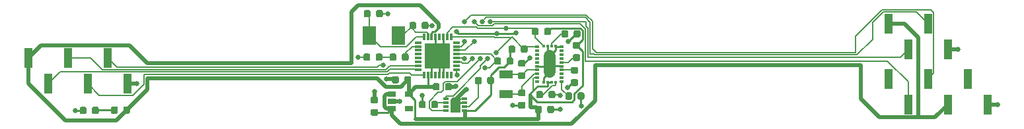
<source format=gbr>
G04 #@! TF.GenerationSoftware,KiCad,Pcbnew,(5.1.6-0-10_14)*
G04 #@! TF.CreationDate,2020-07-24T16:30:46-07:00*
G04 #@! TF.ProjectId,VineHoop_Flex_V1,56696e65-486f-46f7-905f-466c65785f56,rev?*
G04 #@! TF.SameCoordinates,Original*
G04 #@! TF.FileFunction,Copper,L1,Top*
G04 #@! TF.FilePolarity,Positive*
%FSLAX46Y46*%
G04 Gerber Fmt 4.6, Leading zero omitted, Abs format (unit mm)*
G04 Created by KiCad (PCBNEW (5.1.6-0-10_14)) date 2020-07-24 16:30:46*
%MOMM*%
%LPD*%
G01*
G04 APERTURE LIST*
G04 #@! TA.AperFunction,EtchedComponent*
%ADD10C,0.001000*%
G04 #@! TD*
G04 #@! TA.AperFunction,SMDPad,CuDef*
%ADD11R,1.000000X2.510000*%
G04 #@! TD*
G04 #@! TA.AperFunction,SMDPad,CuDef*
%ADD12R,0.525000X0.300000*%
G04 #@! TD*
G04 #@! TA.AperFunction,SMDPad,CuDef*
%ADD13R,0.300000X0.425000*%
G04 #@! TD*
G04 #@! TA.AperFunction,SMDPad,CuDef*
%ADD14R,3.251200X3.251200*%
G04 #@! TD*
G04 #@! TA.AperFunction,SMDPad,CuDef*
%ADD15R,0.812800X0.304800*%
G04 #@! TD*
G04 #@! TA.AperFunction,SMDPad,CuDef*
%ADD16R,0.304800X0.812800*%
G04 #@! TD*
G04 #@! TA.AperFunction,SMDPad,CuDef*
%ADD17R,1.060000X0.650000*%
G04 #@! TD*
G04 #@! TA.AperFunction,SMDPad,CuDef*
%ADD18R,1.800000X1.000000*%
G04 #@! TD*
G04 #@! TA.AperFunction,SMDPad,CuDef*
%ADD19R,1.700000X2.400000*%
G04 #@! TD*
G04 #@! TA.AperFunction,SMDPad,CuDef*
%ADD20R,0.200000X1.000000*%
G04 #@! TD*
G04 #@! TA.AperFunction,SMDPad,CuDef*
%ADD21R,0.800000X0.300000*%
G04 #@! TD*
G04 #@! TA.AperFunction,ViaPad*
%ADD22C,0.660400*%
G04 #@! TD*
G04 #@! TA.AperFunction,Conductor*
%ADD23C,0.254000*%
G04 #@! TD*
G04 #@! TA.AperFunction,Conductor*
%ADD24C,0.152400*%
G04 #@! TD*
G04 #@! TA.AperFunction,Conductor*
%ADD25C,0.508000*%
G04 #@! TD*
G04 #@! TA.AperFunction,Conductor*
%ADD26C,1.524000*%
G04 #@! TD*
G04 APERTURE END LIST*
D10*
G36*
X151176000Y-68165000D02*
G01*
X152076000Y-68165000D01*
X152076000Y-70065000D01*
X150876000Y-70065000D01*
X150876000Y-68465000D01*
X151176000Y-68165000D01*
G37*
X151176000Y-68165000D02*
X152076000Y-68165000D01*
X152076000Y-70065000D01*
X150876000Y-70065000D01*
X150876000Y-68465000D01*
X151176000Y-68165000D01*
G04 #@! TA.AperFunction,SMDPad,CuDef*
G36*
G01*
X108244500Y-69553750D02*
X108244500Y-70066250D01*
G75*
G02*
X108025750Y-70285000I-218750J0D01*
G01*
X107588250Y-70285000D01*
G75*
G02*
X107369500Y-70066250I0J218750D01*
G01*
X107369500Y-69553750D01*
G75*
G02*
X107588250Y-69335000I218750J0D01*
G01*
X108025750Y-69335000D01*
G75*
G02*
X108244500Y-69553750I0J-218750D01*
G01*
G37*
G04 #@! TD.AperFunction*
G04 #@! TA.AperFunction,SMDPad,CuDef*
G36*
G01*
X109819500Y-69553750D02*
X109819500Y-70066250D01*
G75*
G02*
X109600750Y-70285000I-218750J0D01*
G01*
X109163250Y-70285000D01*
G75*
G02*
X108944500Y-70066250I0J218750D01*
G01*
X108944500Y-69553750D01*
G75*
G02*
X109163250Y-69335000I218750J0D01*
G01*
X109600750Y-69335000D01*
G75*
G02*
X109819500Y-69553750I0J-218750D01*
G01*
G37*
G04 #@! TD.AperFunction*
G04 #@! TA.AperFunction,SMDPad,CuDef*
G36*
G01*
X104934500Y-70106250D02*
X104934500Y-69593750D01*
G75*
G02*
X105153250Y-69375000I218750J0D01*
G01*
X105590750Y-69375000D01*
G75*
G02*
X105809500Y-69593750I0J-218750D01*
G01*
X105809500Y-70106250D01*
G75*
G02*
X105590750Y-70325000I-218750J0D01*
G01*
X105153250Y-70325000D01*
G75*
G02*
X104934500Y-70106250I0J218750D01*
G01*
G37*
G04 #@! TD.AperFunction*
G04 #@! TA.AperFunction,SMDPad,CuDef*
G36*
G01*
X103359500Y-70106250D02*
X103359500Y-69593750D01*
G75*
G02*
X103578250Y-69375000I218750J0D01*
G01*
X104015750Y-69375000D01*
G75*
G02*
X104234500Y-69593750I0J-218750D01*
G01*
X104234500Y-70106250D01*
G75*
G02*
X104015750Y-70325000I-218750J0D01*
G01*
X103578250Y-70325000D01*
G75*
G02*
X103359500Y-70106250I0J218750D01*
G01*
G37*
G04 #@! TD.AperFunction*
G04 #@! TA.AperFunction,SMDPad,CuDef*
G36*
G01*
X162591000Y-69466750D02*
X162591000Y-69979250D01*
G75*
G02*
X162372250Y-70198000I-218750J0D01*
G01*
X161934750Y-70198000D01*
G75*
G02*
X161716000Y-69979250I0J218750D01*
G01*
X161716000Y-69466750D01*
G75*
G02*
X161934750Y-69248000I218750J0D01*
G01*
X162372250Y-69248000D01*
G75*
G02*
X162591000Y-69466750I0J-218750D01*
G01*
G37*
G04 #@! TD.AperFunction*
G04 #@! TA.AperFunction,SMDPad,CuDef*
G36*
G01*
X164166000Y-69466750D02*
X164166000Y-69979250D01*
G75*
G02*
X163947250Y-70198000I-218750J0D01*
G01*
X163509750Y-70198000D01*
G75*
G02*
X163291000Y-69979250I0J218750D01*
G01*
X163291000Y-69466750D01*
G75*
G02*
X163509750Y-69248000I218750J0D01*
G01*
X163947250Y-69248000D01*
G75*
G02*
X164166000Y-69466750I0J-218750D01*
G01*
G37*
G04 #@! TD.AperFunction*
G04 #@! TA.AperFunction,SMDPad,CuDef*
G36*
G01*
X144647500Y-63248250D02*
X144647500Y-62735750D01*
G75*
G02*
X144866250Y-62517000I218750J0D01*
G01*
X145303750Y-62517000D01*
G75*
G02*
X145522500Y-62735750I0J-218750D01*
G01*
X145522500Y-63248250D01*
G75*
G02*
X145303750Y-63467000I-218750J0D01*
G01*
X144866250Y-63467000D01*
G75*
G02*
X144647500Y-63248250I0J218750D01*
G01*
G37*
G04 #@! TD.AperFunction*
G04 #@! TA.AperFunction,SMDPad,CuDef*
G36*
G01*
X143072500Y-63248250D02*
X143072500Y-62735750D01*
G75*
G02*
X143291250Y-62517000I218750J0D01*
G01*
X143728750Y-62517000D01*
G75*
G02*
X143947500Y-62735750I0J-218750D01*
G01*
X143947500Y-63248250D01*
G75*
G02*
X143728750Y-63467000I-218750J0D01*
G01*
X143291250Y-63467000D01*
G75*
G02*
X143072500Y-63248250I0J218750D01*
G01*
G37*
G04 #@! TD.AperFunction*
D11*
X209550000Y-61976000D03*
X214630000Y-61976000D03*
X207010000Y-58666000D03*
X212090000Y-58666000D03*
G04 #@! TA.AperFunction,SMDPad,CuDef*
G36*
G01*
X141294500Y-63248250D02*
X141294500Y-62735750D01*
G75*
G02*
X141513250Y-62517000I218750J0D01*
G01*
X141950750Y-62517000D01*
G75*
G02*
X142169500Y-62735750I0J-218750D01*
G01*
X142169500Y-63248250D01*
G75*
G02*
X141950750Y-63467000I-218750J0D01*
G01*
X141513250Y-63467000D01*
G75*
G02*
X141294500Y-63248250I0J218750D01*
G01*
G37*
G04 #@! TD.AperFunction*
G04 #@! TA.AperFunction,SMDPad,CuDef*
G36*
G01*
X139719500Y-63248250D02*
X139719500Y-62735750D01*
G75*
G02*
X139938250Y-62517000I218750J0D01*
G01*
X140375750Y-62517000D01*
G75*
G02*
X140594500Y-62735750I0J-218750D01*
G01*
X140594500Y-63248250D01*
G75*
G02*
X140375750Y-63467000I-218750J0D01*
G01*
X139938250Y-63467000D01*
G75*
G02*
X139719500Y-63248250I0J218750D01*
G01*
G37*
G04 #@! TD.AperFunction*
G04 #@! TA.AperFunction,SMDPad,CuDef*
G36*
G01*
X149484500Y-66545750D02*
X149484500Y-67058250D01*
G75*
G02*
X149265750Y-67277000I-218750J0D01*
G01*
X148828250Y-67277000D01*
G75*
G02*
X148609500Y-67058250I0J218750D01*
G01*
X148609500Y-66545750D01*
G75*
G02*
X148828250Y-66327000I218750J0D01*
G01*
X149265750Y-66327000D01*
G75*
G02*
X149484500Y-66545750I0J-218750D01*
G01*
G37*
G04 #@! TD.AperFunction*
G04 #@! TA.AperFunction,SMDPad,CuDef*
G36*
G01*
X151059500Y-66545750D02*
X151059500Y-67058250D01*
G75*
G02*
X150840750Y-67277000I-218750J0D01*
G01*
X150403250Y-67277000D01*
G75*
G02*
X150184500Y-67058250I0J218750D01*
G01*
X150184500Y-66545750D01*
G75*
G02*
X150403250Y-66327000I218750J0D01*
G01*
X150840750Y-66327000D01*
G75*
G02*
X151059500Y-66545750I0J-218750D01*
G01*
G37*
G04 #@! TD.AperFunction*
D12*
X162021500Y-65655000D03*
X162021500Y-65155000D03*
X162021500Y-64655000D03*
X162021500Y-64155000D03*
X162021500Y-63655000D03*
X162021500Y-63155000D03*
X162021500Y-62655000D03*
X162021500Y-62155000D03*
X162021500Y-61655000D03*
D13*
X162834000Y-61592500D03*
X163334000Y-61592500D03*
X163834000Y-61592500D03*
X164334000Y-61592500D03*
D12*
X165146500Y-61655000D03*
X165146500Y-62155000D03*
X165146500Y-62655000D03*
X165146500Y-63155000D03*
X165146500Y-63655000D03*
X165146500Y-64155000D03*
X165146500Y-64655000D03*
X165146500Y-65155000D03*
X165146500Y-65655000D03*
X165146500Y-66155000D03*
D13*
X164334000Y-66217500D03*
X163834000Y-66217500D03*
X163334000Y-66217500D03*
X162834000Y-66217500D03*
D12*
X162021500Y-66155000D03*
D14*
X149225000Y-62865000D03*
D15*
X151688800Y-61112400D03*
X151688800Y-61620400D03*
X151688800Y-62103000D03*
X151688800Y-62611000D03*
X151688800Y-63119000D03*
X151688800Y-63627000D03*
X151688800Y-64109600D03*
X151688800Y-64617600D03*
D16*
X150977600Y-65328800D03*
X150469600Y-65328800D03*
X149987000Y-65328800D03*
X149479000Y-65328800D03*
X148971000Y-65328800D03*
X148463000Y-65328800D03*
X147980400Y-65328800D03*
X147472400Y-65328800D03*
D15*
X146761200Y-64617600D03*
X146761200Y-64109600D03*
X146761200Y-63627000D03*
X146761200Y-63119000D03*
X146761200Y-62611000D03*
X146761200Y-62103000D03*
X146761200Y-61620400D03*
X146761200Y-61112400D03*
D16*
X147472400Y-60401200D03*
X147980400Y-60401200D03*
X148463000Y-60401200D03*
X148971000Y-60401200D03*
X149479000Y-60401200D03*
X149987000Y-60401200D03*
X150469600Y-60401200D03*
X150977600Y-60401200D03*
D17*
X145522000Y-67725000D03*
X145522000Y-69625000D03*
X143322000Y-69625000D03*
X143322000Y-68675000D03*
X143322000Y-67725000D03*
G04 #@! TA.AperFunction,SMDPad,CuDef*
G36*
G01*
X167285250Y-61920000D02*
X166772750Y-61920000D01*
G75*
G02*
X166554000Y-61701250I0J218750D01*
G01*
X166554000Y-61263750D01*
G75*
G02*
X166772750Y-61045000I218750J0D01*
G01*
X167285250Y-61045000D01*
G75*
G02*
X167504000Y-61263750I0J-218750D01*
G01*
X167504000Y-61701250D01*
G75*
G02*
X167285250Y-61920000I-218750J0D01*
G01*
G37*
G04 #@! TD.AperFunction*
G04 #@! TA.AperFunction,SMDPad,CuDef*
G36*
G01*
X167285250Y-63495000D02*
X166772750Y-63495000D01*
G75*
G02*
X166554000Y-63276250I0J218750D01*
G01*
X166554000Y-62838750D01*
G75*
G02*
X166772750Y-62620000I218750J0D01*
G01*
X167285250Y-62620000D01*
G75*
G02*
X167504000Y-62838750I0J-218750D01*
G01*
X167504000Y-63276250D01*
G75*
G02*
X167285250Y-63495000I-218750J0D01*
G01*
G37*
G04 #@! TD.AperFunction*
G04 #@! TA.AperFunction,SMDPad,CuDef*
G36*
G01*
X163443500Y-68074250D02*
X163443500Y-67561750D01*
G75*
G02*
X163662250Y-67343000I218750J0D01*
G01*
X164099750Y-67343000D01*
G75*
G02*
X164318500Y-67561750I0J-218750D01*
G01*
X164318500Y-68074250D01*
G75*
G02*
X164099750Y-68293000I-218750J0D01*
G01*
X163662250Y-68293000D01*
G75*
G02*
X163443500Y-68074250I0J218750D01*
G01*
G37*
G04 #@! TD.AperFunction*
G04 #@! TA.AperFunction,SMDPad,CuDef*
G36*
G01*
X161868500Y-68074250D02*
X161868500Y-67561750D01*
G75*
G02*
X162087250Y-67343000I218750J0D01*
G01*
X162524750Y-67343000D01*
G75*
G02*
X162743500Y-67561750I0J-218750D01*
G01*
X162743500Y-68074250D01*
G75*
G02*
X162524750Y-68293000I-218750J0D01*
G01*
X162087250Y-68293000D01*
G75*
G02*
X161868500Y-68074250I0J218750D01*
G01*
G37*
G04 #@! TD.AperFunction*
G04 #@! TA.AperFunction,SMDPad,CuDef*
G36*
G01*
X140645500Y-57147750D02*
X140645500Y-57660250D01*
G75*
G02*
X140426750Y-57879000I-218750J0D01*
G01*
X139989250Y-57879000D01*
G75*
G02*
X139770500Y-57660250I0J218750D01*
G01*
X139770500Y-57147750D01*
G75*
G02*
X139989250Y-56929000I218750J0D01*
G01*
X140426750Y-56929000D01*
G75*
G02*
X140645500Y-57147750I0J-218750D01*
G01*
G37*
G04 #@! TD.AperFunction*
G04 #@! TA.AperFunction,SMDPad,CuDef*
G36*
G01*
X142220500Y-57147750D02*
X142220500Y-57660250D01*
G75*
G02*
X142001750Y-57879000I-218750J0D01*
G01*
X141564250Y-57879000D01*
G75*
G02*
X141345500Y-57660250I0J218750D01*
G01*
X141345500Y-57147750D01*
G75*
G02*
X141564250Y-56929000I218750J0D01*
G01*
X142001750Y-56929000D01*
G75*
G02*
X142220500Y-57147750I0J-218750D01*
G01*
G37*
G04 #@! TD.AperFunction*
G04 #@! TA.AperFunction,SMDPad,CuDef*
G36*
G01*
X146487500Y-58671750D02*
X146487500Y-59184250D01*
G75*
G02*
X146268750Y-59403000I-218750J0D01*
G01*
X145831250Y-59403000D01*
G75*
G02*
X145612500Y-59184250I0J218750D01*
G01*
X145612500Y-58671750D01*
G75*
G02*
X145831250Y-58453000I218750J0D01*
G01*
X146268750Y-58453000D01*
G75*
G02*
X146487500Y-58671750I0J-218750D01*
G01*
G37*
G04 #@! TD.AperFunction*
G04 #@! TA.AperFunction,SMDPad,CuDef*
G36*
G01*
X148062500Y-58671750D02*
X148062500Y-59184250D01*
G75*
G02*
X147843750Y-59403000I-218750J0D01*
G01*
X147406250Y-59403000D01*
G75*
G02*
X147187500Y-59184250I0J218750D01*
G01*
X147187500Y-58671750D01*
G75*
G02*
X147406250Y-58453000I218750J0D01*
G01*
X147843750Y-58453000D01*
G75*
G02*
X148062500Y-58671750I0J-218750D01*
G01*
G37*
G04 #@! TD.AperFunction*
G04 #@! TA.AperFunction,SMDPad,CuDef*
G36*
G01*
X144265000Y-65656750D02*
X144265000Y-66169250D01*
G75*
G02*
X144046250Y-66388000I-218750J0D01*
G01*
X143608750Y-66388000D01*
G75*
G02*
X143390000Y-66169250I0J218750D01*
G01*
X143390000Y-65656750D01*
G75*
G02*
X143608750Y-65438000I218750J0D01*
G01*
X144046250Y-65438000D01*
G75*
G02*
X144265000Y-65656750I0J-218750D01*
G01*
G37*
G04 #@! TD.AperFunction*
G04 #@! TA.AperFunction,SMDPad,CuDef*
G36*
G01*
X145840000Y-65656750D02*
X145840000Y-66169250D01*
G75*
G02*
X145621250Y-66388000I-218750J0D01*
G01*
X145183750Y-66388000D01*
G75*
G02*
X144965000Y-66169250I0J218750D01*
G01*
X144965000Y-65656750D01*
G75*
G02*
X145183750Y-65438000I218750J0D01*
G01*
X145621250Y-65438000D01*
G75*
G02*
X145840000Y-65656750I0J-218750D01*
G01*
G37*
G04 #@! TD.AperFunction*
G04 #@! TA.AperFunction,SMDPad,CuDef*
G36*
G01*
X141376250Y-68960000D02*
X140863750Y-68960000D01*
G75*
G02*
X140645000Y-68741250I0J218750D01*
G01*
X140645000Y-68303750D01*
G75*
G02*
X140863750Y-68085000I218750J0D01*
G01*
X141376250Y-68085000D01*
G75*
G02*
X141595000Y-68303750I0J-218750D01*
G01*
X141595000Y-68741250D01*
G75*
G02*
X141376250Y-68960000I-218750J0D01*
G01*
G37*
G04 #@! TD.AperFunction*
G04 #@! TA.AperFunction,SMDPad,CuDef*
G36*
G01*
X141376250Y-70535000D02*
X140863750Y-70535000D01*
G75*
G02*
X140645000Y-70316250I0J218750D01*
G01*
X140645000Y-69878750D01*
G75*
G02*
X140863750Y-69660000I218750J0D01*
G01*
X141376250Y-69660000D01*
G75*
G02*
X141595000Y-69878750I0J-218750D01*
G01*
X141595000Y-70316250D01*
G75*
G02*
X141376250Y-70535000I-218750J0D01*
G01*
G37*
G04 #@! TD.AperFunction*
G04 #@! TA.AperFunction,SMDPad,CuDef*
G36*
G01*
X166513750Y-65816500D02*
X167026250Y-65816500D01*
G75*
G02*
X167245000Y-66035250I0J-218750D01*
G01*
X167245000Y-66472750D01*
G75*
G02*
X167026250Y-66691500I-218750J0D01*
G01*
X166513750Y-66691500D01*
G75*
G02*
X166295000Y-66472750I0J218750D01*
G01*
X166295000Y-66035250D01*
G75*
G02*
X166513750Y-65816500I218750J0D01*
G01*
G37*
G04 #@! TD.AperFunction*
G04 #@! TA.AperFunction,SMDPad,CuDef*
G36*
G01*
X166513750Y-64241500D02*
X167026250Y-64241500D01*
G75*
G02*
X167245000Y-64460250I0J-218750D01*
G01*
X167245000Y-64897750D01*
G75*
G02*
X167026250Y-65116500I-218750J0D01*
G01*
X166513750Y-65116500D01*
G75*
G02*
X166295000Y-64897750I0J218750D01*
G01*
X166295000Y-64460250D01*
G75*
G02*
X166513750Y-64241500I218750J0D01*
G01*
G37*
G04 #@! TD.AperFunction*
G04 #@! TA.AperFunction,SMDPad,CuDef*
G36*
G01*
X158058500Y-63756250D02*
X158058500Y-63243750D01*
G75*
G02*
X158277250Y-63025000I218750J0D01*
G01*
X158714750Y-63025000D01*
G75*
G02*
X158933500Y-63243750I0J-218750D01*
G01*
X158933500Y-63756250D01*
G75*
G02*
X158714750Y-63975000I-218750J0D01*
G01*
X158277250Y-63975000D01*
G75*
G02*
X158058500Y-63756250I0J218750D01*
G01*
G37*
G04 #@! TD.AperFunction*
G04 #@! TA.AperFunction,SMDPad,CuDef*
G36*
G01*
X156483500Y-63756250D02*
X156483500Y-63243750D01*
G75*
G02*
X156702250Y-63025000I218750J0D01*
G01*
X157139750Y-63025000D01*
G75*
G02*
X157358500Y-63243750I0J-218750D01*
G01*
X157358500Y-63756250D01*
G75*
G02*
X157139750Y-63975000I-218750J0D01*
G01*
X156702250Y-63975000D01*
G75*
G02*
X156483500Y-63756250I0J218750D01*
G01*
G37*
G04 #@! TD.AperFunction*
G04 #@! TA.AperFunction,SMDPad,CuDef*
G36*
G01*
X159187500Y-61719750D02*
X159187500Y-62232250D01*
G75*
G02*
X158968750Y-62451000I-218750J0D01*
G01*
X158531250Y-62451000D01*
G75*
G02*
X158312500Y-62232250I0J218750D01*
G01*
X158312500Y-61719750D01*
G75*
G02*
X158531250Y-61501000I218750J0D01*
G01*
X158968750Y-61501000D01*
G75*
G02*
X159187500Y-61719750I0J-218750D01*
G01*
G37*
G04 #@! TD.AperFunction*
G04 #@! TA.AperFunction,SMDPad,CuDef*
G36*
G01*
X160762500Y-61719750D02*
X160762500Y-62232250D01*
G75*
G02*
X160543750Y-62451000I-218750J0D01*
G01*
X160106250Y-62451000D01*
G75*
G02*
X159887500Y-62232250I0J218750D01*
G01*
X159887500Y-61719750D01*
G75*
G02*
X160106250Y-61501000I218750J0D01*
G01*
X160543750Y-61501000D01*
G75*
G02*
X160762500Y-61719750I0J-218750D01*
G01*
G37*
G04 #@! TD.AperFunction*
G04 #@! TA.AperFunction,SMDPad,CuDef*
G36*
G01*
X154886500Y-65743750D02*
X154886500Y-66256250D01*
G75*
G02*
X154667750Y-66475000I-218750J0D01*
G01*
X154230250Y-66475000D01*
G75*
G02*
X154011500Y-66256250I0J218750D01*
G01*
X154011500Y-65743750D01*
G75*
G02*
X154230250Y-65525000I218750J0D01*
G01*
X154667750Y-65525000D01*
G75*
G02*
X154886500Y-65743750I0J-218750D01*
G01*
G37*
G04 #@! TD.AperFunction*
G04 #@! TA.AperFunction,SMDPad,CuDef*
G36*
G01*
X156461500Y-65743750D02*
X156461500Y-66256250D01*
G75*
G02*
X156242750Y-66475000I-218750J0D01*
G01*
X155805250Y-66475000D01*
G75*
G02*
X155586500Y-66256250I0J218750D01*
G01*
X155586500Y-65743750D01*
G75*
G02*
X155805250Y-65525000I218750J0D01*
G01*
X156242750Y-65525000D01*
G75*
G02*
X156461500Y-65743750I0J-218750D01*
G01*
G37*
G04 #@! TD.AperFunction*
G04 #@! TA.AperFunction,SMDPad,CuDef*
G36*
G01*
X148406500Y-69344250D02*
X148406500Y-68831750D01*
G75*
G02*
X148625250Y-68613000I218750J0D01*
G01*
X149062750Y-68613000D01*
G75*
G02*
X149281500Y-68831750I0J-218750D01*
G01*
X149281500Y-69344250D01*
G75*
G02*
X149062750Y-69563000I-218750J0D01*
G01*
X148625250Y-69563000D01*
G75*
G02*
X148406500Y-69344250I0J218750D01*
G01*
G37*
G04 #@! TD.AperFunction*
G04 #@! TA.AperFunction,SMDPad,CuDef*
G36*
G01*
X146831500Y-69344250D02*
X146831500Y-68831750D01*
G75*
G02*
X147050250Y-68613000I218750J0D01*
G01*
X147487750Y-68613000D01*
G75*
G02*
X147706500Y-68831750I0J-218750D01*
G01*
X147706500Y-69344250D01*
G75*
G02*
X147487750Y-69563000I-218750J0D01*
G01*
X147050250Y-69563000D01*
G75*
G02*
X146831500Y-69344250I0J218750D01*
G01*
G37*
G04 #@! TD.AperFunction*
G04 #@! TA.AperFunction,SMDPad,CuDef*
G36*
G01*
X160260250Y-64230000D02*
X159747750Y-64230000D01*
G75*
G02*
X159529000Y-64011250I0J218750D01*
G01*
X159529000Y-63573750D01*
G75*
G02*
X159747750Y-63355000I218750J0D01*
G01*
X160260250Y-63355000D01*
G75*
G02*
X160479000Y-63573750I0J-218750D01*
G01*
X160479000Y-64011250D01*
G75*
G02*
X160260250Y-64230000I-218750J0D01*
G01*
G37*
G04 #@! TD.AperFunction*
G04 #@! TA.AperFunction,SMDPad,CuDef*
G36*
G01*
X160260250Y-65805000D02*
X159747750Y-65805000D01*
G75*
G02*
X159529000Y-65586250I0J218750D01*
G01*
X159529000Y-65148750D01*
G75*
G02*
X159747750Y-64930000I218750J0D01*
G01*
X160260250Y-64930000D01*
G75*
G02*
X160479000Y-65148750I0J-218750D01*
G01*
X160479000Y-65586250D01*
G75*
G02*
X160260250Y-65805000I-218750J0D01*
G01*
G37*
G04 #@! TD.AperFunction*
G04 #@! TA.AperFunction,SMDPad,CuDef*
G36*
G01*
X159747750Y-68740000D02*
X160260250Y-68740000D01*
G75*
G02*
X160479000Y-68958750I0J-218750D01*
G01*
X160479000Y-69396250D01*
G75*
G02*
X160260250Y-69615000I-218750J0D01*
G01*
X159747750Y-69615000D01*
G75*
G02*
X159529000Y-69396250I0J218750D01*
G01*
X159529000Y-68958750D01*
G75*
G02*
X159747750Y-68740000I218750J0D01*
G01*
G37*
G04 #@! TD.AperFunction*
G04 #@! TA.AperFunction,SMDPad,CuDef*
G36*
G01*
X159747750Y-67165000D02*
X160260250Y-67165000D01*
G75*
G02*
X160479000Y-67383750I0J-218750D01*
G01*
X160479000Y-67821250D01*
G75*
G02*
X160260250Y-68040000I-218750J0D01*
G01*
X159747750Y-68040000D01*
G75*
G02*
X159529000Y-67821250I0J218750D01*
G01*
X159529000Y-67383750D01*
G75*
G02*
X159747750Y-67165000I218750J0D01*
G01*
G37*
G04 #@! TD.AperFunction*
G04 #@! TA.AperFunction,SMDPad,CuDef*
G36*
G01*
X162884500Y-59946250D02*
X162884500Y-59433750D01*
G75*
G02*
X163103250Y-59215000I218750J0D01*
G01*
X163540750Y-59215000D01*
G75*
G02*
X163759500Y-59433750I0J-218750D01*
G01*
X163759500Y-59946250D01*
G75*
G02*
X163540750Y-60165000I-218750J0D01*
G01*
X163103250Y-60165000D01*
G75*
G02*
X162884500Y-59946250I0J218750D01*
G01*
G37*
G04 #@! TD.AperFunction*
G04 #@! TA.AperFunction,SMDPad,CuDef*
G36*
G01*
X161309500Y-59946250D02*
X161309500Y-59433750D01*
G75*
G02*
X161528250Y-59215000I218750J0D01*
G01*
X161965750Y-59215000D01*
G75*
G02*
X162184500Y-59433750I0J-218750D01*
G01*
X162184500Y-59946250D01*
G75*
G02*
X161965750Y-60165000I-218750J0D01*
G01*
X161528250Y-60165000D01*
G75*
G02*
X161309500Y-59946250I0J218750D01*
G01*
G37*
G04 #@! TD.AperFunction*
G04 #@! TA.AperFunction,SMDPad,CuDef*
G36*
G01*
X166661500Y-60256250D02*
X166661500Y-59743750D01*
G75*
G02*
X166880250Y-59525000I218750J0D01*
G01*
X167317750Y-59525000D01*
G75*
G02*
X167536500Y-59743750I0J-218750D01*
G01*
X167536500Y-60256250D01*
G75*
G02*
X167317750Y-60475000I-218750J0D01*
G01*
X166880250Y-60475000D01*
G75*
G02*
X166661500Y-60256250I0J218750D01*
G01*
G37*
G04 #@! TD.AperFunction*
G04 #@! TA.AperFunction,SMDPad,CuDef*
G36*
G01*
X165086500Y-60256250D02*
X165086500Y-59743750D01*
G75*
G02*
X165305250Y-59525000I218750J0D01*
G01*
X165742750Y-59525000D01*
G75*
G02*
X165961500Y-59743750I0J-218750D01*
G01*
X165961500Y-60256250D01*
G75*
G02*
X165742750Y-60475000I-218750J0D01*
G01*
X165305250Y-60475000D01*
G75*
G02*
X165086500Y-60256250I0J218750D01*
G01*
G37*
G04 #@! TD.AperFunction*
G04 #@! TA.AperFunction,SMDPad,CuDef*
G36*
G01*
X167161500Y-68256250D02*
X167161500Y-67743750D01*
G75*
G02*
X167380250Y-67525000I218750J0D01*
G01*
X167817750Y-67525000D01*
G75*
G02*
X168036500Y-67743750I0J-218750D01*
G01*
X168036500Y-68256250D01*
G75*
G02*
X167817750Y-68475000I-218750J0D01*
G01*
X167380250Y-68475000D01*
G75*
G02*
X167161500Y-68256250I0J218750D01*
G01*
G37*
G04 #@! TD.AperFunction*
G04 #@! TA.AperFunction,SMDPad,CuDef*
G36*
G01*
X165586500Y-68256250D02*
X165586500Y-67743750D01*
G75*
G02*
X165805250Y-67525000I218750J0D01*
G01*
X166242750Y-67525000D01*
G75*
G02*
X166461500Y-67743750I0J-218750D01*
G01*
X166461500Y-68256250D01*
G75*
G02*
X166242750Y-68475000I-218750J0D01*
G01*
X165805250Y-68475000D01*
G75*
G02*
X165586500Y-68256250I0J218750D01*
G01*
G37*
G04 #@! TD.AperFunction*
D18*
X158024000Y-65235000D03*
X158024000Y-67735000D03*
D19*
X140500000Y-60254000D03*
X144200000Y-60254000D03*
D11*
X106934000Y-63115000D03*
X101854000Y-63115000D03*
X96774000Y-63115000D03*
X109474000Y-66425000D03*
X104394000Y-66425000D03*
X99314000Y-66425000D03*
D20*
X151476000Y-69115000D03*
D21*
X152676000Y-68365000D03*
X152676000Y-68865000D03*
X152676000Y-69365000D03*
X152676000Y-69865000D03*
X150276000Y-69865000D03*
X150276000Y-69365000D03*
X150276000Y-68865000D03*
X150276000Y-68365000D03*
D11*
X217170000Y-65778000D03*
X212090000Y-65778000D03*
X207010000Y-65778000D03*
X219710000Y-69088000D03*
X214630000Y-69088000D03*
X209550000Y-69088000D03*
D22*
X147955000Y-63627000D03*
X150495000Y-63627000D03*
X147955000Y-61595000D03*
X102806500Y-69850000D03*
X164909500Y-69723000D03*
X139001500Y-62992000D03*
X142875000Y-57404000D03*
X142684500Y-65786000D03*
X144335500Y-68707000D03*
X110680500Y-66421000D03*
X141160500Y-67373500D03*
X147256500Y-67945000D03*
X152908000Y-67183000D03*
X150495000Y-61595000D03*
X148526500Y-58928000D03*
X161036000Y-63055500D03*
X165989000Y-60960000D03*
X165862000Y-66929000D03*
X167640000Y-69278500D03*
X164909500Y-67881500D03*
X158813500Y-69151500D03*
X163576000Y-64833500D03*
X163576000Y-62801500D03*
X159258000Y-59880500D03*
X151638000Y-59690000D03*
X156806899Y-59918601D03*
X151574500Y-66738500D03*
X220980000Y-69088000D03*
X215900000Y-61976000D03*
X155277216Y-64345216D03*
X142229705Y-64039801D03*
X153924000Y-58420000D03*
X153924000Y-60960000D03*
X152654000Y-60960000D03*
X152654000Y-58420000D03*
X156734399Y-62435248D03*
X155662368Y-63169800D03*
X157988000Y-59309000D03*
X154686000Y-63169800D03*
X153670000Y-63169800D03*
X155956000Y-58420000D03*
X152654000Y-63169800D03*
X154940000Y-58420000D03*
X151765000Y-65278000D03*
D23*
X148971000Y-62611000D02*
X149225000Y-62865000D01*
X148971000Y-60401200D02*
X148971000Y-62611000D01*
X164396500Y-61655000D02*
X164334000Y-61592500D01*
X165146500Y-61655000D02*
X164396500Y-61655000D01*
X151726000Y-68865000D02*
X151476000Y-69115000D01*
X152676000Y-68865000D02*
X151726000Y-68865000D01*
X149479000Y-63119000D02*
X149225000Y-62865000D01*
X149479000Y-65328800D02*
X149479000Y-63119000D01*
X149987000Y-62103000D02*
X149225000Y-62865000D01*
X149987000Y-60401200D02*
X149987000Y-62103000D01*
X162834000Y-65639000D02*
X163576000Y-64897000D01*
X162834000Y-66217500D02*
X162834000Y-65639000D01*
X163556000Y-64155000D02*
X163576000Y-64135000D01*
X162021500Y-64155000D02*
X163556000Y-64155000D01*
X165100000Y-64135000D02*
X163576000Y-64135000D01*
X165120000Y-64155000D02*
X165100000Y-64135000D01*
X165146500Y-64155000D02*
X165120000Y-64155000D01*
X163334000Y-62559500D02*
X163576000Y-62801500D01*
X163334000Y-61592500D02*
X163334000Y-62559500D01*
X164334000Y-62043500D02*
X163576000Y-62801500D01*
X164334000Y-61592500D02*
X164334000Y-62043500D01*
X163576000Y-62801500D02*
X163576000Y-62801500D01*
D24*
X149987000Y-63627000D02*
X149987000Y-63627000D01*
D23*
X159181801Y-60020199D02*
X159258000Y-59944000D01*
X159219899Y-59918601D02*
X159258000Y-59880500D01*
X151866601Y-59918601D02*
X156806899Y-59918601D01*
X151638000Y-59690000D02*
X151866601Y-59918601D01*
X156806899Y-59918601D02*
X159219899Y-59918601D01*
X102806500Y-69850000D02*
X103797000Y-69850000D01*
D25*
X110680500Y-66421000D02*
X109478000Y-66421000D01*
D24*
X141783000Y-57404000D02*
X142875000Y-57404000D01*
X147625000Y-58928000D02*
X148526500Y-58928000D01*
D25*
X150622000Y-66802000D02*
X151574500Y-66802000D01*
D23*
X147256500Y-69075500D02*
X147269000Y-69088000D01*
X147256500Y-67945000D02*
X147256500Y-69075500D01*
D24*
X152226000Y-68365000D02*
X151476000Y-69115000D01*
X152676000Y-68365000D02*
X152226000Y-68365000D01*
D25*
X151476000Y-68551500D02*
X152844500Y-67183000D01*
X151476000Y-69115000D02*
X151476000Y-68551500D01*
D23*
X160299000Y-63792500D02*
X161036000Y-63055500D01*
X160004000Y-63792500D02*
X160299000Y-63792500D01*
X158839500Y-69177500D02*
X158813500Y-69151500D01*
X160004000Y-69177500D02*
X158839500Y-69177500D01*
X163728500Y-69723000D02*
X164909500Y-69723000D01*
X167599000Y-69237500D02*
X167640000Y-69278500D01*
X167599000Y-68000000D02*
X167599000Y-69237500D01*
X166949000Y-60000000D02*
X165989000Y-60960000D01*
X167099000Y-60000000D02*
X166949000Y-60000000D01*
X166537000Y-66254000D02*
X165862000Y-66929000D01*
X166770000Y-66254000D02*
X166537000Y-66254000D01*
D25*
X144303500Y-68675000D02*
X144335500Y-68707000D01*
X143322000Y-68675000D02*
X144303500Y-68675000D01*
X141160500Y-68482000D02*
X141120000Y-68522500D01*
X141160500Y-67373500D02*
X141160500Y-68482000D01*
D24*
X140157000Y-62992000D02*
X139001500Y-62992000D01*
D26*
X163576000Y-62801500D02*
X163576000Y-64833500D01*
D24*
X164846000Y-67818000D02*
X164909500Y-67881500D01*
X163881000Y-67818000D02*
X164846000Y-67818000D01*
D25*
X143700500Y-65786000D02*
X142684500Y-65786000D01*
X143827500Y-65913000D02*
X143700500Y-65786000D01*
D23*
X148463000Y-63627000D02*
X149225000Y-62865000D01*
X148463000Y-65328800D02*
X148463000Y-63627000D01*
X149987000Y-63627000D02*
X149225000Y-62865000D01*
X149987000Y-65328800D02*
X149987000Y-63627000D01*
D25*
X219710000Y-69088000D02*
X220980000Y-69088000D01*
X214630000Y-61976000D02*
X215900000Y-61976000D01*
D24*
X159871500Y-67735000D02*
X160004000Y-67602500D01*
X158024000Y-67735000D02*
X159871500Y-67735000D01*
X161606600Y-65155000D02*
X162021500Y-65155000D01*
X160004000Y-66757600D02*
X161606600Y-65155000D01*
X160004000Y-67602500D02*
X160004000Y-66757600D01*
X159871500Y-65235000D02*
X160004000Y-65367500D01*
X158024000Y-65235000D02*
X159871500Y-65235000D01*
X160716500Y-64655000D02*
X162021500Y-64655000D01*
X160004000Y-65367500D02*
X160716500Y-64655000D01*
D23*
X163334000Y-66217500D02*
X163834000Y-66217500D01*
X167815910Y-59537404D02*
X167815910Y-60695590D01*
X167524096Y-59245590D02*
X167815910Y-59537404D01*
X167815910Y-60695590D02*
X167029000Y-61482500D01*
X163766410Y-59245590D02*
X167524096Y-59245590D01*
X163322000Y-59690000D02*
X163766410Y-59245590D01*
X166740910Y-68462596D02*
X166449096Y-68754410D01*
X167783410Y-66636084D02*
X166740910Y-67678584D01*
X167783410Y-62236910D02*
X167783410Y-66636084D01*
X166740910Y-67678584D02*
X166740910Y-68462596D01*
X167029000Y-61482500D02*
X167783410Y-62236910D01*
X156024000Y-65332078D02*
X157101668Y-64254410D01*
X157741590Y-64254410D02*
X158496000Y-63500000D01*
X157101668Y-64254410D02*
X157741590Y-64254410D01*
X156024000Y-66000000D02*
X156024000Y-65332078D01*
X158496000Y-62230000D02*
X158750000Y-61976000D01*
X158496000Y-63500000D02*
X158496000Y-62230000D01*
X161383003Y-67403003D02*
X161002003Y-67784003D01*
D24*
X161510003Y-65751597D02*
X161510003Y-67276003D01*
X162021500Y-65655000D02*
X161606600Y-65655000D01*
D23*
X161510003Y-67276003D02*
X161383003Y-67403003D01*
D24*
X161606600Y-65655000D02*
X161510003Y-65751597D01*
D23*
X162076605Y-66709401D02*
X161510003Y-67276003D01*
X163334000Y-66684000D02*
X163308599Y-66709401D01*
X163334000Y-66217500D02*
X163334000Y-66684000D01*
X162906599Y-66709401D02*
X162076605Y-66709401D01*
X163308599Y-66709401D02*
X162906599Y-66709401D01*
X163207521Y-66709401D02*
X162906599Y-66709401D01*
X156024000Y-67832078D02*
X156024000Y-66000000D01*
X153991078Y-69865000D02*
X154854039Y-69002039D01*
X161972410Y-68754410D02*
X161290000Y-68072000D01*
X154854039Y-69002039D02*
X156024000Y-67832078D01*
D24*
X148971000Y-66726000D02*
X149047000Y-66802000D01*
D23*
X148793200Y-66802000D02*
X149047000Y-66802000D01*
X166449096Y-68754410D02*
X165528410Y-68754410D01*
X147980400Y-66713100D02*
X147891500Y-66802000D01*
D25*
X147891500Y-66802000D02*
X149047000Y-66802000D01*
D23*
X147980400Y-65328800D02*
X147980400Y-66713100D01*
X152676000Y-69865000D02*
X152669000Y-69865000D01*
X152676000Y-69865000D02*
X153812000Y-69865000D01*
X153812000Y-69865000D02*
X153991078Y-69865000D01*
X165528410Y-68754410D02*
X162670910Y-68754410D01*
D25*
X161099500Y-69441112D02*
X161099500Y-67881500D01*
D23*
X161099500Y-67881500D02*
X161002003Y-67784003D01*
X161290000Y-68072000D02*
X161099500Y-67881500D01*
X162670910Y-68754410D02*
X161972410Y-68754410D01*
D25*
X161871612Y-69441112D02*
X162153500Y-69723000D01*
X161099500Y-69441112D02*
X161871612Y-69441112D01*
X152732401Y-69921401D02*
X152676000Y-69921401D01*
X152777099Y-69966099D02*
X152732401Y-69921401D01*
X152777099Y-70925599D02*
X152777099Y-69966099D01*
X151615401Y-70925599D02*
X152777099Y-70925599D01*
X152777099Y-70925599D02*
X162179000Y-70925599D01*
X162179000Y-69748500D02*
X162153500Y-69723000D01*
X162179000Y-70925599D02*
X162179000Y-69748500D01*
D23*
X146331401Y-68534401D02*
X146331401Y-70829901D01*
X146331401Y-70829901D02*
X146427099Y-70925599D01*
X145522000Y-67725000D02*
X146331401Y-68534401D01*
D25*
X146427099Y-70925599D02*
X151615401Y-70925599D01*
D23*
X145209500Y-66215500D02*
X145209500Y-65540000D01*
D25*
X145522000Y-66032500D02*
X145402500Y-65913000D01*
X145522000Y-67725000D02*
X145522000Y-66032500D01*
X146445000Y-66802000D02*
X149047000Y-66802000D01*
X145522000Y-67725000D02*
X146445000Y-66802000D01*
X96774000Y-66371522D02*
X101522478Y-71120000D01*
X96774000Y-63115000D02*
X96774000Y-66371522D01*
X108072000Y-71120000D02*
X109382000Y-69810000D01*
X101522478Y-71120000D02*
X108072000Y-71120000D01*
X144521090Y-66794410D02*
X145402500Y-65913000D01*
X141499161Y-65690831D02*
X142602740Y-66794410D01*
X112363169Y-65690831D02*
X141499161Y-65690831D01*
X112058389Y-67133611D02*
X112058389Y-65741611D01*
X109382000Y-69810000D02*
X112058389Y-67133611D01*
X112312389Y-65741611D02*
X112363169Y-65690831D01*
X142602740Y-66794410D02*
X144521090Y-66794410D01*
X112058389Y-65741611D02*
X112312389Y-65741611D01*
X98435401Y-61453599D02*
X109713599Y-61453599D01*
X109713599Y-61453599D02*
X112014000Y-63754000D01*
X96774000Y-63115000D02*
X98435401Y-61453599D01*
X112014000Y-63754000D02*
X138176000Y-63754000D01*
X138176000Y-63754000D02*
X138176000Y-58076888D01*
X138176000Y-58076888D02*
X138176000Y-57150000D01*
X138176000Y-57150000D02*
X139014590Y-56311410D01*
X139014590Y-56311410D02*
X147000080Y-56311410D01*
X147000080Y-56311410D02*
X149352000Y-58663330D01*
X149352000Y-58663330D02*
X149352000Y-59182000D01*
D23*
X148463000Y-59847478D02*
X148463000Y-60401200D01*
X148818601Y-59715399D02*
X148595079Y-59715399D01*
X148595079Y-59715399D02*
X148463000Y-59847478D01*
X149352000Y-59182000D02*
X148818601Y-59715399D01*
X142849500Y-70097500D02*
X143322000Y-69625000D01*
X141120000Y-70097500D02*
X142849500Y-70097500D01*
D25*
X142685478Y-69625000D02*
X143322000Y-69625000D01*
X142385599Y-68024879D02*
X142385599Y-69325121D01*
X142685478Y-67725000D02*
X142385599Y-68024879D01*
X142385599Y-69325121D02*
X142685478Y-69625000D01*
X143322000Y-67725000D02*
X142685478Y-67725000D01*
X212968599Y-70749401D02*
X214630000Y-69088000D01*
X203454000Y-68326000D02*
X205877401Y-70749401D01*
X203454000Y-64008000D02*
X203454000Y-68326000D01*
X169418000Y-68590670D02*
X169418000Y-64008000D01*
X144439049Y-71586009D02*
X166422661Y-71586009D01*
X169418000Y-64008000D02*
X203454000Y-64008000D01*
X143322000Y-70468960D02*
X144439049Y-71586009D01*
X166422661Y-71586009D02*
X169418000Y-68590670D01*
X143322000Y-69625000D02*
X143322000Y-70468960D01*
X209034000Y-58666000D02*
X210820000Y-60452000D01*
X207010000Y-58666000D02*
X209034000Y-58666000D01*
X210820000Y-60452000D02*
X210820000Y-70632802D01*
X210820000Y-70632802D02*
X210936599Y-70749401D01*
X210936599Y-70749401D02*
X212968599Y-70749401D01*
X205877401Y-70749401D02*
X210936599Y-70749401D01*
D24*
X141928601Y-61682601D02*
X140500000Y-60254000D01*
X145232881Y-61682601D02*
X141928601Y-61682601D01*
X146514282Y-60401200D02*
X145232881Y-61682601D01*
X147472400Y-60401200D02*
X146514282Y-60401200D01*
X139936000Y-59690000D02*
X140500000Y-60254000D01*
X140500000Y-57696000D02*
X140208000Y-57404000D01*
X140500000Y-60254000D02*
X140500000Y-57696000D01*
X142858615Y-65208221D02*
X111575779Y-65208221D01*
X145621164Y-65024000D02*
X143042836Y-65024000D01*
X145925964Y-65328800D02*
X145621164Y-65024000D01*
X143042836Y-65024000D02*
X142858615Y-65208221D01*
X147472400Y-65328800D02*
X145925964Y-65328800D01*
X105877601Y-67908601D02*
X104394000Y-66425000D01*
X110156881Y-67908601D02*
X105877601Y-67908601D01*
X111575779Y-66489703D02*
X110156881Y-67908601D01*
X111575779Y-65208221D02*
X111575779Y-66489703D01*
X146659600Y-64516000D02*
X146761200Y-64617600D01*
X143119770Y-64516000D02*
X146659600Y-64516000D01*
X142732359Y-64903411D02*
X143119770Y-64516000D01*
X100835589Y-64903411D02*
X99314000Y-66425000D01*
X142732359Y-64903411D02*
X100835589Y-64903411D01*
X156032000Y-62611000D02*
X156921000Y-63500000D01*
X151688800Y-62611000D02*
X156032000Y-62611000D01*
X155872784Y-64345216D02*
X156718000Y-63500000D01*
X156718000Y-63500000D02*
X156921000Y-63500000D01*
X155277216Y-64345216D02*
X155872784Y-64345216D01*
X141762732Y-64039801D02*
X141508742Y-64293791D01*
X142229705Y-64039801D02*
X141762732Y-64039801D01*
X108112791Y-64293791D02*
X106934000Y-63115000D01*
X141508742Y-64293791D02*
X108112791Y-64293791D01*
X142606103Y-64598601D02*
X143095104Y-64109600D01*
X143095104Y-64109600D02*
X146761200Y-64109600D01*
X104767518Y-63115000D02*
X101854000Y-63115000D01*
X106251119Y-64598601D02*
X104767518Y-63115000D01*
X142606103Y-64598601D02*
X106251119Y-64598601D01*
X152781000Y-62103000D02*
X153924000Y-60960000D01*
X151688800Y-62103000D02*
X152781000Y-62103000D01*
X156224225Y-58978801D02*
X156478216Y-58724810D01*
X154482801Y-58978801D02*
X156224225Y-58978801D01*
X153924000Y-58420000D02*
X154482801Y-58978801D01*
X168171520Y-59390106D02*
X168171520Y-63476480D01*
X167506224Y-58724810D02*
X168171520Y-59390106D01*
X156478216Y-58724810D02*
X167506224Y-58724810D01*
X206874962Y-63476480D02*
X209550000Y-66151518D01*
X209550000Y-66151518D02*
X209550000Y-69088000D01*
X168171520Y-63476480D02*
X206874962Y-63476480D01*
X152654000Y-61214000D02*
X152654000Y-60960000D01*
X152247600Y-61620400D02*
X152654000Y-61214000D01*
X151688800Y-61620400D02*
X152247600Y-61620400D01*
X153517610Y-57556390D02*
X168274040Y-57556390D01*
X168274040Y-57556390D02*
X169085950Y-58368300D01*
X152654000Y-58420000D02*
X153517610Y-57556390D01*
X169085950Y-61897950D02*
X169570380Y-62382380D01*
X169085950Y-58368300D02*
X169085950Y-61897950D01*
X169570380Y-62382380D02*
X202793620Y-62382380D01*
X212468071Y-56877589D02*
X212818601Y-57228119D01*
X212818601Y-65049399D02*
X212090000Y-65778000D01*
X206200863Y-56877589D02*
X212468071Y-56877589D01*
X212818601Y-57228119D02*
X212818601Y-65049399D01*
X202793620Y-60284832D02*
X206200863Y-56877589D01*
X202793620Y-62382380D02*
X202793620Y-60284832D01*
X160646000Y-61655000D02*
X162021500Y-61655000D01*
X160325000Y-61976000D02*
X160646000Y-61655000D01*
X158750200Y-60401200D02*
X160325000Y-61976000D01*
X158750200Y-60419447D02*
X158750200Y-60401200D01*
X156538674Y-60477402D02*
X158692245Y-60477402D01*
X156462472Y-60401200D02*
X156538674Y-60477402D01*
X158692245Y-60477402D02*
X158750200Y-60419447D01*
X150977600Y-60401200D02*
X156462472Y-60401200D01*
X156734399Y-62435248D02*
X158750200Y-60419447D01*
X150276000Y-68365000D02*
X150276000Y-67973500D01*
X154718415Y-64113753D02*
X155662368Y-63169800D01*
X154718415Y-64485111D02*
X154718415Y-64113753D01*
X151230026Y-67973500D02*
X154718415Y-64485111D01*
X150276000Y-67973500D02*
X151230026Y-67973500D01*
X161747000Y-60505500D02*
X162834000Y-61592500D01*
X161747000Y-59690000D02*
X161747000Y-60505500D01*
X150217946Y-66098390D02*
X151757410Y-66098390D01*
X149955890Y-67243554D02*
X149955890Y-66360446D01*
X149318726Y-67505610D02*
X149693834Y-67505610D01*
X151757410Y-66098390D02*
X154686000Y-63169800D01*
X149693834Y-67505610D02*
X149955890Y-67243554D01*
X148177890Y-69529554D02*
X148177890Y-68646446D01*
X148177890Y-68646446D02*
X149318726Y-67505610D01*
X148513336Y-69865000D02*
X148177890Y-69529554D01*
X149955890Y-66360446D02*
X150217946Y-66098390D01*
X150276000Y-69865000D02*
X148513336Y-69865000D01*
X161442199Y-59385199D02*
X161747000Y-59690000D01*
X154381934Y-59309000D02*
X157988000Y-59309000D01*
X154204133Y-59131199D02*
X154381934Y-59309000D01*
X151180801Y-59131199D02*
X154204133Y-59131199D01*
X150469600Y-59842400D02*
X151180801Y-59131199D01*
X150469600Y-60401200D02*
X150469600Y-59842400D01*
X161366000Y-59309000D02*
X161747000Y-59690000D01*
X157988000Y-59309000D02*
X161366000Y-59309000D01*
X166746000Y-64655000D02*
X166770000Y-64679000D01*
X165146500Y-64655000D02*
X166746000Y-64655000D01*
X144724000Y-60254000D02*
X146050000Y-58928000D01*
X144200000Y-60254000D02*
X144724000Y-60254000D01*
X147980400Y-59938918D02*
X147980400Y-60401200D01*
X147807681Y-59766199D02*
X147980400Y-59938918D01*
X146413199Y-59766199D02*
X147807681Y-59766199D01*
X146050000Y-59403000D02*
X146413199Y-59766199D01*
X146050000Y-58928000D02*
X146050000Y-59403000D01*
X149067000Y-68865000D02*
X150276000Y-68865000D01*
X148844000Y-69088000D02*
X149067000Y-68865000D01*
X154449000Y-68144400D02*
X154449000Y-66000000D01*
X153228400Y-69365000D02*
X154449000Y-68144400D01*
X152676000Y-69365000D02*
X153228400Y-69365000D01*
X164334000Y-66582400D02*
X164334000Y-66217500D01*
X164257799Y-66658601D02*
X164334000Y-66582400D01*
X163932735Y-66658601D02*
X164257799Y-66658601D01*
X162773336Y-67818000D02*
X163932735Y-66658601D01*
X162306000Y-67818000D02*
X162773336Y-67818000D01*
X165956500Y-63655000D02*
X165146500Y-63655000D01*
X166554000Y-63057500D02*
X165956500Y-63655000D01*
X167029000Y-63057500D02*
X166554000Y-63057500D01*
X165146500Y-67122500D02*
X166024000Y-68000000D01*
X165146500Y-66155000D02*
X165146500Y-67122500D01*
X163834000Y-61252500D02*
X163834000Y-61592500D01*
X165086500Y-60000000D02*
X163834000Y-61252500D01*
X165524000Y-60000000D02*
X165086500Y-60000000D01*
X141732000Y-62992000D02*
X143510000Y-62992000D01*
X153111199Y-63728601D02*
X153670000Y-63169800D01*
X152385775Y-63728601D02*
X153111199Y-63728601D01*
X152284174Y-63627000D02*
X152385775Y-63728601D01*
X151688800Y-63627000D02*
X152284174Y-63627000D01*
X155956000Y-58420000D02*
X168275518Y-58420000D01*
X168275518Y-59063038D02*
X168476330Y-59263850D01*
X168275518Y-58420000D02*
X168275518Y-59063038D01*
X168476330Y-59263850D02*
X168476330Y-62992000D01*
X208534000Y-62992000D02*
X209550000Y-61976000D01*
X168476330Y-62992000D02*
X208534000Y-62992000D01*
X152603200Y-63119000D02*
X152654000Y-63169800D01*
X151688800Y-63119000D02*
X152603200Y-63119000D01*
X168147783Y-57861199D02*
X168781140Y-58494556D01*
X155498801Y-57861199D02*
X168147783Y-57861199D01*
X154940000Y-58420000D02*
X155498801Y-57861199D01*
X168781140Y-58494556D02*
X168781140Y-62609140D01*
X169289140Y-62609140D02*
X169367190Y-62687190D01*
X168781140Y-62609140D02*
X169289140Y-62609140D01*
X202996810Y-62687190D02*
X204978000Y-60706000D01*
X169367190Y-62687190D02*
X202996810Y-62687190D01*
X210606399Y-57182399D02*
X212090000Y-58666000D01*
X206327119Y-57182399D02*
X210606399Y-57182399D01*
X204978000Y-58531518D02*
X206327119Y-57182399D01*
X204978000Y-60706000D02*
X204978000Y-58531518D01*
X145085000Y-62517000D02*
X145981600Y-61620400D01*
X145981600Y-61620400D02*
X146761200Y-61620400D01*
X145085000Y-62992000D02*
X145085000Y-62517000D01*
X151688800Y-65201800D02*
X151765000Y-65278000D01*
X151688800Y-64617600D02*
X151688800Y-65201800D01*
D23*
X105412000Y-69810000D02*
X105372000Y-69850000D01*
X107807000Y-69810000D02*
X105412000Y-69810000D01*
M02*

</source>
